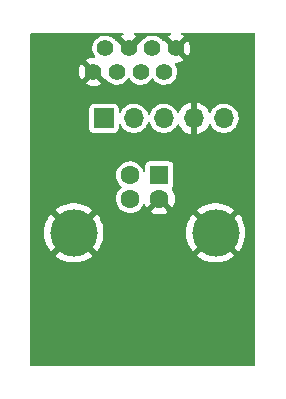
<source format=gbr>
G04 #@! TF.GenerationSoftware,KiCad,Pcbnew,(5.99.0-9812-gfee3c41c40)*
G04 #@! TF.CreationDate,2021-03-20T22:33:38-07:00*
G04 #@! TF.ProjectId,homebreakout,686f6d65-6272-4656-916b-6f75742e6b69,rev?*
G04 #@! TF.SameCoordinates,Original*
G04 #@! TF.FileFunction,Copper,L2,Bot*
G04 #@! TF.FilePolarity,Positive*
%FSLAX46Y46*%
G04 Gerber Fmt 4.6, Leading zero omitted, Abs format (unit mm)*
G04 Created by KiCad (PCBNEW (5.99.0-9812-gfee3c41c40)) date 2021-03-20 22:33:38*
%MOMM*%
%LPD*%
G01*
G04 APERTURE LIST*
G04 #@! TA.AperFunction,ComponentPad*
%ADD10R,1.700000X1.700000*%
G04 #@! TD*
G04 #@! TA.AperFunction,ComponentPad*
%ADD11O,1.700000X1.700000*%
G04 #@! TD*
G04 #@! TA.AperFunction,ComponentPad*
%ADD12C,1.397000*%
G04 #@! TD*
G04 #@! TA.AperFunction,ComponentPad*
%ADD13R,1.600000X1.600000*%
G04 #@! TD*
G04 #@! TA.AperFunction,ComponentPad*
%ADD14C,1.600000*%
G04 #@! TD*
G04 #@! TA.AperFunction,ComponentPad*
%ADD15C,4.000000*%
G04 #@! TD*
G04 APERTURE END LIST*
D10*
X161163000Y-101600000D03*
D11*
X163703000Y-101600000D03*
X166243000Y-101600000D03*
X168783000Y-101600000D03*
X171323000Y-101600000D03*
D12*
X160274000Y-97663000D03*
X161274001Y-95662999D03*
X162274001Y-97663000D03*
X163274002Y-95662999D03*
X164274000Y-97663000D03*
X165274000Y-95662999D03*
X166274001Y-97663000D03*
X167274001Y-95662999D03*
D13*
X165862000Y-106426000D03*
D14*
X163362000Y-106426000D03*
X163362000Y-108426000D03*
X165862000Y-108426000D03*
D15*
X158612000Y-111286000D03*
X170612000Y-111286000D03*
G04 #@! TA.AperFunction,Conductor*
G36*
X162813438Y-94380213D02*
G01*
X162849983Y-94430513D01*
X162849983Y-94492687D01*
X162813438Y-94542987D01*
X162789127Y-94555982D01*
X162756766Y-94567921D01*
X162748470Y-94571878D01*
X162632768Y-94640713D01*
X162624377Y-94650281D01*
X162629150Y-94658936D01*
X163262734Y-95292521D01*
X163274813Y-95298676D01*
X163279925Y-95297866D01*
X163917120Y-94660670D01*
X163923096Y-94648942D01*
X163916905Y-94642157D01*
X163827912Y-94586007D01*
X163819725Y-94581835D01*
X163752558Y-94555038D01*
X163704756Y-94515281D01*
X163689451Y-94455020D01*
X163712491Y-94397272D01*
X163765073Y-94364095D01*
X163789836Y-94361000D01*
X166754306Y-94361000D01*
X166813437Y-94380213D01*
X166849982Y-94430513D01*
X166849982Y-94492687D01*
X166813437Y-94542987D01*
X166789126Y-94555982D01*
X166756765Y-94567921D01*
X166748469Y-94571878D01*
X166632767Y-94640713D01*
X166624376Y-94650281D01*
X166629149Y-94658936D01*
X167262733Y-95292521D01*
X167274812Y-95298676D01*
X167279924Y-95297866D01*
X167917119Y-94660670D01*
X167923095Y-94648942D01*
X167916904Y-94642157D01*
X167827911Y-94586007D01*
X167819724Y-94581835D01*
X167752557Y-94555038D01*
X167704755Y-94515281D01*
X167689450Y-94455020D01*
X167712490Y-94397272D01*
X167765072Y-94364095D01*
X167789835Y-94361000D01*
X173889400Y-94361000D01*
X173948531Y-94380213D01*
X173985076Y-94430513D01*
X173990000Y-94461600D01*
X173990000Y-122454400D01*
X173970787Y-122513531D01*
X173920487Y-122550076D01*
X173889400Y-122555000D01*
X155040600Y-122555000D01*
X154981469Y-122535787D01*
X154944924Y-122485487D01*
X154940000Y-122454400D01*
X154940000Y-113233529D01*
X157029605Y-113233529D01*
X157029780Y-113234629D01*
X157034125Y-113239717D01*
X157262904Y-113405934D01*
X157268240Y-113409321D01*
X157539243Y-113558305D01*
X157544967Y-113560998D01*
X157832492Y-113674838D01*
X157838510Y-113676793D01*
X158138045Y-113753701D01*
X158144247Y-113754884D01*
X158451067Y-113793644D01*
X158457374Y-113794041D01*
X158766626Y-113794041D01*
X158772933Y-113793644D01*
X159079753Y-113754884D01*
X159085955Y-113753701D01*
X159385490Y-113676793D01*
X159391508Y-113674838D01*
X159679033Y-113560998D01*
X159684757Y-113558305D01*
X159955760Y-113409321D01*
X159961096Y-113405934D01*
X160186617Y-113242083D01*
X160192832Y-113233529D01*
X169029605Y-113233529D01*
X169029780Y-113234629D01*
X169034125Y-113239717D01*
X169262904Y-113405934D01*
X169268240Y-113409321D01*
X169539243Y-113558305D01*
X169544967Y-113560998D01*
X169832492Y-113674838D01*
X169838510Y-113676793D01*
X170138045Y-113753701D01*
X170144247Y-113754884D01*
X170451067Y-113793644D01*
X170457374Y-113794041D01*
X170766626Y-113794041D01*
X170772933Y-113793644D01*
X171079753Y-113754884D01*
X171085955Y-113753701D01*
X171385490Y-113676793D01*
X171391508Y-113674838D01*
X171679033Y-113560998D01*
X171684757Y-113558305D01*
X171955760Y-113409321D01*
X171961096Y-113405934D01*
X172186617Y-113242083D01*
X172194584Y-113231118D01*
X172194584Y-113230003D01*
X172191088Y-113224298D01*
X170623268Y-111656478D01*
X170611189Y-111650323D01*
X170606077Y-111651133D01*
X169035760Y-113221450D01*
X169029605Y-113233529D01*
X160192832Y-113233529D01*
X160194584Y-113231118D01*
X160194584Y-113230003D01*
X160191088Y-113224298D01*
X158623268Y-111656478D01*
X158611189Y-111650323D01*
X158606077Y-111651133D01*
X157035760Y-113221450D01*
X157029605Y-113233529D01*
X154940000Y-113233529D01*
X154940000Y-111282837D01*
X156099199Y-111282837D01*
X156099199Y-111289163D01*
X156118617Y-111597804D01*
X156119408Y-111604067D01*
X156177358Y-111907848D01*
X156178930Y-111913972D01*
X156274495Y-112208091D01*
X156276816Y-112213953D01*
X156408498Y-112493793D01*
X156411534Y-112499314D01*
X156577243Y-112760430D01*
X156580954Y-112765539D01*
X156657858Y-112858500D01*
X156669301Y-112865761D01*
X156672110Y-112865584D01*
X156675302Y-112863488D01*
X158241522Y-111297268D01*
X158246850Y-111286811D01*
X158976323Y-111286811D01*
X158977133Y-111291923D01*
X160544718Y-112859508D01*
X160556797Y-112865663D01*
X160559574Y-112865223D01*
X160562557Y-112862833D01*
X160643046Y-112765539D01*
X160646757Y-112760430D01*
X160812466Y-112499314D01*
X160815502Y-112493793D01*
X160947184Y-112213953D01*
X160949505Y-112208091D01*
X161045070Y-111913972D01*
X161046642Y-111907848D01*
X161104592Y-111604067D01*
X161105383Y-111597804D01*
X161124801Y-111289163D01*
X161124801Y-111282837D01*
X168099199Y-111282837D01*
X168099199Y-111289163D01*
X168118617Y-111597804D01*
X168119408Y-111604067D01*
X168177358Y-111907848D01*
X168178930Y-111913972D01*
X168274495Y-112208091D01*
X168276816Y-112213953D01*
X168408498Y-112493793D01*
X168411534Y-112499314D01*
X168577243Y-112760430D01*
X168580954Y-112765539D01*
X168657858Y-112858500D01*
X168669301Y-112865761D01*
X168672110Y-112865584D01*
X168675302Y-112863488D01*
X170241522Y-111297268D01*
X170246850Y-111286811D01*
X170976323Y-111286811D01*
X170977133Y-111291923D01*
X172544718Y-112859508D01*
X172556797Y-112865663D01*
X172559574Y-112865223D01*
X172562557Y-112862833D01*
X172643046Y-112765539D01*
X172646757Y-112760430D01*
X172812466Y-112499314D01*
X172815502Y-112493793D01*
X172947184Y-112213953D01*
X172949505Y-112208091D01*
X173045070Y-111913972D01*
X173046642Y-111907848D01*
X173104592Y-111604067D01*
X173105383Y-111597804D01*
X173124801Y-111289163D01*
X173124801Y-111282837D01*
X173105383Y-110974196D01*
X173104592Y-110967933D01*
X173046642Y-110664152D01*
X173045070Y-110658028D01*
X172949505Y-110363909D01*
X172947184Y-110358047D01*
X172815502Y-110078207D01*
X172812466Y-110072686D01*
X172646757Y-109811570D01*
X172643046Y-109806461D01*
X172566142Y-109713500D01*
X172554699Y-109706239D01*
X172551890Y-109706416D01*
X172548698Y-109708512D01*
X170982478Y-111274732D01*
X170976323Y-111286811D01*
X170246850Y-111286811D01*
X170247677Y-111285189D01*
X170246867Y-111280077D01*
X168679282Y-109712492D01*
X168667203Y-109706337D01*
X168664426Y-109706777D01*
X168661443Y-109709167D01*
X168580954Y-109806461D01*
X168577243Y-109811570D01*
X168411534Y-110072686D01*
X168408498Y-110078207D01*
X168276816Y-110358047D01*
X168274495Y-110363909D01*
X168178930Y-110658028D01*
X168177358Y-110664152D01*
X168119408Y-110967933D01*
X168118617Y-110974196D01*
X168099199Y-111282837D01*
X161124801Y-111282837D01*
X161105383Y-110974196D01*
X161104592Y-110967933D01*
X161046642Y-110664152D01*
X161045070Y-110658028D01*
X160949505Y-110363909D01*
X160947184Y-110358047D01*
X160815502Y-110078207D01*
X160812466Y-110072686D01*
X160646757Y-109811570D01*
X160643046Y-109806461D01*
X160566142Y-109713500D01*
X160554699Y-109706239D01*
X160551890Y-109706416D01*
X160548698Y-109708512D01*
X158982478Y-111274732D01*
X158976323Y-111286811D01*
X158246850Y-111286811D01*
X158247677Y-111285189D01*
X158246867Y-111280077D01*
X156679282Y-109712492D01*
X156667203Y-109706337D01*
X156664426Y-109706777D01*
X156661443Y-109709167D01*
X156580954Y-109806461D01*
X156577243Y-109811570D01*
X156411534Y-110072686D01*
X156408498Y-110078207D01*
X156276816Y-110358047D01*
X156274495Y-110363909D01*
X156178930Y-110658028D01*
X156177358Y-110664152D01*
X156119408Y-110967933D01*
X156118617Y-110974196D01*
X156099199Y-111282837D01*
X154940000Y-111282837D01*
X154940000Y-109340882D01*
X157029416Y-109340882D01*
X157029416Y-109341997D01*
X157032912Y-109347702D01*
X158600732Y-110915522D01*
X158612811Y-110921677D01*
X158617923Y-110920867D01*
X160188240Y-109350550D01*
X160194395Y-109338471D01*
X160194220Y-109337371D01*
X160189875Y-109332283D01*
X159961096Y-109166066D01*
X159955760Y-109162679D01*
X159684757Y-109013695D01*
X159679033Y-109011002D01*
X159391508Y-108897162D01*
X159385490Y-108895207D01*
X159085955Y-108818299D01*
X159079753Y-108817116D01*
X158772933Y-108778356D01*
X158766626Y-108777959D01*
X158457374Y-108777959D01*
X158451067Y-108778356D01*
X158144247Y-108817116D01*
X158138045Y-108818299D01*
X157838510Y-108895207D01*
X157832492Y-108897162D01*
X157544967Y-109011002D01*
X157539243Y-109013695D01*
X157268240Y-109162679D01*
X157262904Y-109166066D01*
X157037383Y-109329917D01*
X157029416Y-109340882D01*
X154940000Y-109340882D01*
X154940000Y-106394941D01*
X162175907Y-106394941D01*
X162190108Y-106611609D01*
X162191241Y-106616070D01*
X162228048Y-106760997D01*
X162243556Y-106822062D01*
X162334461Y-107019250D01*
X162459778Y-107196570D01*
X162526364Y-107261435D01*
X162612009Y-107344868D01*
X162612013Y-107344871D01*
X162615311Y-107348084D01*
X162618571Y-107350263D01*
X162652323Y-107402233D01*
X162649071Y-107464322D01*
X162621482Y-107503908D01*
X162504810Y-107606226D01*
X162504807Y-107606229D01*
X162501343Y-107609267D01*
X162366917Y-107779786D01*
X162364771Y-107783865D01*
X162268799Y-107966279D01*
X162265817Y-107971946D01*
X162201428Y-108179313D01*
X162175907Y-108394941D01*
X162190108Y-108611609D01*
X162191241Y-108616070D01*
X162237059Y-108796478D01*
X162243556Y-108822062D01*
X162334461Y-109019250D01*
X162459778Y-109196570D01*
X162615311Y-109348084D01*
X162619144Y-109350645D01*
X162619145Y-109350646D01*
X162792016Y-109466155D01*
X162792020Y-109466157D01*
X162795851Y-109468717D01*
X162995351Y-109554429D01*
X163207131Y-109602349D01*
X163333225Y-109607303D01*
X163419488Y-109610693D01*
X163419489Y-109610693D01*
X163424097Y-109610874D01*
X163428654Y-109610213D01*
X163428659Y-109610213D01*
X163531540Y-109595296D01*
X163638983Y-109579717D01*
X163832836Y-109513913D01*
X165139221Y-109513913D01*
X165139321Y-109514545D01*
X165144225Y-109520186D01*
X165201903Y-109560572D01*
X165209481Y-109564947D01*
X165408951Y-109657962D01*
X165417167Y-109660952D01*
X165629755Y-109717916D01*
X165638379Y-109719436D01*
X165857622Y-109738617D01*
X165866378Y-109738617D01*
X166085621Y-109719436D01*
X166094245Y-109717916D01*
X166306833Y-109660952D01*
X166315049Y-109657962D01*
X166514519Y-109564947D01*
X166522097Y-109560572D01*
X166576841Y-109522240D01*
X166584996Y-109511418D01*
X166585008Y-109510776D01*
X166581156Y-109504366D01*
X166417672Y-109340882D01*
X169029416Y-109340882D01*
X169029416Y-109341997D01*
X169032912Y-109347702D01*
X170600732Y-110915522D01*
X170612811Y-110921677D01*
X170617923Y-110920867D01*
X172188240Y-109350550D01*
X172194395Y-109338471D01*
X172194220Y-109337371D01*
X172189875Y-109332283D01*
X171961096Y-109166066D01*
X171955760Y-109162679D01*
X171684757Y-109013695D01*
X171679033Y-109011002D01*
X171391508Y-108897162D01*
X171385490Y-108895207D01*
X171085955Y-108818299D01*
X171079753Y-108817116D01*
X170772933Y-108778356D01*
X170766626Y-108777959D01*
X170457374Y-108777959D01*
X170451067Y-108778356D01*
X170144247Y-108817116D01*
X170138045Y-108818299D01*
X169838510Y-108895207D01*
X169832492Y-108897162D01*
X169544967Y-109011002D01*
X169539243Y-109013695D01*
X169268240Y-109162679D01*
X169262904Y-109166066D01*
X169037383Y-109329917D01*
X169029416Y-109340882D01*
X166417672Y-109340882D01*
X165873268Y-108796478D01*
X165861189Y-108790323D01*
X165856077Y-108791133D01*
X165145376Y-109501834D01*
X165139221Y-109513913D01*
X163832836Y-109513913D01*
X163844593Y-109509922D01*
X164034041Y-109403826D01*
X164101523Y-109347702D01*
X164197435Y-109267932D01*
X164200982Y-109264982D01*
X164297447Y-109148996D01*
X164336878Y-109101586D01*
X164336880Y-109101584D01*
X164339826Y-109098041D01*
X164445922Y-108908593D01*
X164448749Y-108900266D01*
X164485946Y-108850449D01*
X164545323Y-108832010D01*
X164604199Y-108851993D01*
X164635185Y-108890086D01*
X164723053Y-109078519D01*
X164727428Y-109086097D01*
X164765760Y-109140841D01*
X164776582Y-109148996D01*
X164777224Y-109149008D01*
X164783634Y-109145156D01*
X165790865Y-108137925D01*
X165846263Y-108109699D01*
X165907671Y-108119425D01*
X165933135Y-108137925D01*
X166937834Y-109142624D01*
X166949913Y-109148779D01*
X166950545Y-109148679D01*
X166956186Y-109143775D01*
X166996572Y-109086097D01*
X167000947Y-109078519D01*
X167093962Y-108879049D01*
X167096952Y-108870833D01*
X167153916Y-108658245D01*
X167155436Y-108649621D01*
X167174617Y-108430378D01*
X167174617Y-108421622D01*
X167155436Y-108202379D01*
X167153916Y-108193755D01*
X167096952Y-107981167D01*
X167093962Y-107972951D01*
X167000947Y-107773481D01*
X166996572Y-107765903D01*
X166906670Y-107637510D01*
X166888492Y-107578053D01*
X166908734Y-107519266D01*
X166920943Y-107505794D01*
X166960870Y-107469039D01*
X166960871Y-107469038D01*
X166967003Y-107463393D01*
X167027558Y-107351496D01*
X167048500Y-107226000D01*
X167048500Y-105626000D01*
X167036673Y-105531120D01*
X166985565Y-105414605D01*
X166899393Y-105320997D01*
X166842244Y-105290070D01*
X166794829Y-105264410D01*
X166794827Y-105264409D01*
X166787496Y-105260442D01*
X166662000Y-105239500D01*
X165062000Y-105239500D01*
X164967120Y-105251327D01*
X164960443Y-105254256D01*
X164960442Y-105254256D01*
X164903692Y-105279149D01*
X164850605Y-105302435D01*
X164756997Y-105388607D01*
X164696442Y-105500504D01*
X164675500Y-105626000D01*
X164675500Y-106003216D01*
X164656287Y-106062347D01*
X164605987Y-106098892D01*
X164543813Y-106098892D01*
X164493513Y-106062347D01*
X164478077Y-106030523D01*
X164470945Y-106005235D01*
X164470945Y-106005234D01*
X164469693Y-106000796D01*
X164373658Y-105806055D01*
X164351339Y-105776166D01*
X164246500Y-105635771D01*
X164246497Y-105635768D01*
X164243741Y-105632077D01*
X164084295Y-105484686D01*
X163900660Y-105368821D01*
X163698984Y-105288360D01*
X163486023Y-105246000D01*
X163379154Y-105244601D01*
X163273523Y-105243218D01*
X163273519Y-105243218D01*
X163268908Y-105243158D01*
X163264363Y-105243939D01*
X163264362Y-105243939D01*
X163204321Y-105254256D01*
X163054911Y-105279929D01*
X163050594Y-105281522D01*
X163050589Y-105281523D01*
X162855527Y-105353486D01*
X162855524Y-105353487D01*
X162851199Y-105355083D01*
X162847233Y-105357443D01*
X162847232Y-105357443D01*
X162828107Y-105368821D01*
X162664593Y-105466101D01*
X162661127Y-105469140D01*
X162661125Y-105469142D01*
X162504810Y-105606226D01*
X162504807Y-105606229D01*
X162501343Y-105609267D01*
X162366917Y-105779786D01*
X162265817Y-105971946D01*
X162201428Y-106179313D01*
X162175907Y-106394941D01*
X154940000Y-106394941D01*
X154940000Y-100750000D01*
X159926500Y-100750000D01*
X159926500Y-102450000D01*
X159938327Y-102544880D01*
X159941256Y-102551557D01*
X159941256Y-102551558D01*
X159977837Y-102634955D01*
X159989435Y-102661395D01*
X160075607Y-102755003D01*
X160125647Y-102782083D01*
X160180171Y-102811590D01*
X160180173Y-102811591D01*
X160187504Y-102815558D01*
X160313000Y-102836500D01*
X162013000Y-102836500D01*
X162107880Y-102824673D01*
X162114557Y-102821744D01*
X162114558Y-102821744D01*
X162216760Y-102776914D01*
X162224395Y-102773565D01*
X162318003Y-102687393D01*
X162365108Y-102600350D01*
X162374590Y-102582829D01*
X162374591Y-102582827D01*
X162378558Y-102575496D01*
X162399500Y-102450000D01*
X162399500Y-102178086D01*
X162418713Y-102118955D01*
X162469013Y-102082410D01*
X162531187Y-102082410D01*
X162581487Y-102118955D01*
X162588001Y-102129161D01*
X162680315Y-102295016D01*
X162683150Y-102298480D01*
X162683153Y-102298484D01*
X162728305Y-102353648D01*
X162819555Y-102465134D01*
X162822955Y-102468038D01*
X162822959Y-102468042D01*
X162833819Y-102477317D01*
X162986719Y-102607906D01*
X163176524Y-102718819D01*
X163382970Y-102794367D01*
X163387379Y-102795137D01*
X163387381Y-102795137D01*
X163592937Y-102831012D01*
X163599532Y-102832163D01*
X163604004Y-102832140D01*
X163604009Y-102832140D01*
X163708209Y-102831594D01*
X163819365Y-102831012D01*
X164035519Y-102790951D01*
X164241163Y-102713244D01*
X164429796Y-102600350D01*
X164595457Y-102455835D01*
X164602627Y-102446886D01*
X164682999Y-102346564D01*
X164732907Y-102284269D01*
X164837804Y-102091073D01*
X164877360Y-101971464D01*
X164914167Y-101921357D01*
X164973398Y-101902453D01*
X165032428Y-101921975D01*
X165068048Y-101970466D01*
X165111947Y-102098685D01*
X165111950Y-102098691D01*
X165113401Y-102102930D01*
X165115582Y-102106848D01*
X165115584Y-102106853D01*
X165155232Y-102178086D01*
X165220315Y-102295016D01*
X165223150Y-102298480D01*
X165223153Y-102298484D01*
X165268305Y-102353648D01*
X165359555Y-102465134D01*
X165362955Y-102468038D01*
X165362959Y-102468042D01*
X165373819Y-102477317D01*
X165526719Y-102607906D01*
X165716524Y-102718819D01*
X165922970Y-102794367D01*
X165927379Y-102795137D01*
X165927381Y-102795137D01*
X166132937Y-102831012D01*
X166139532Y-102832163D01*
X166144004Y-102832140D01*
X166144009Y-102832140D01*
X166248209Y-102831594D01*
X166359365Y-102831012D01*
X166575519Y-102790951D01*
X166781163Y-102713244D01*
X166969796Y-102600350D01*
X167135457Y-102455835D01*
X167142627Y-102446886D01*
X167222999Y-102346564D01*
X167272907Y-102284269D01*
X167353149Y-102136482D01*
X167398249Y-102093684D01*
X167459891Y-102085569D01*
X167514531Y-102115236D01*
X167533671Y-102144043D01*
X167536986Y-102151593D01*
X167643066Y-102346564D01*
X167647737Y-102353648D01*
X167785156Y-102527963D01*
X167790945Y-102534149D01*
X167955768Y-102682817D01*
X167962534Y-102687952D01*
X168150032Y-102806713D01*
X168157574Y-102810639D01*
X168362400Y-102896109D01*
X168370495Y-102898708D01*
X168513472Y-102931585D01*
X168526523Y-102930432D01*
X168529000Y-102921486D01*
X168529000Y-100281535D01*
X168526855Y-100274933D01*
X169037000Y-100274933D01*
X169037000Y-102922123D01*
X169041188Y-102935013D01*
X169043066Y-102936377D01*
X169047167Y-102936792D01*
X169054166Y-102935393D01*
X169267369Y-102873654D01*
X169275285Y-102870615D01*
X169475035Y-102773837D01*
X169482338Y-102769501D01*
X169662923Y-102640452D01*
X169669382Y-102634955D01*
X169825651Y-102477317D01*
X169831090Y-102470811D01*
X169958560Y-102289105D01*
X169962832Y-102281763D01*
X170030899Y-102138091D01*
X170073578Y-102092879D01*
X170134682Y-102081389D01*
X170190869Y-102108008D01*
X170209713Y-102132237D01*
X170235232Y-102178086D01*
X170300315Y-102295016D01*
X170303150Y-102298480D01*
X170303153Y-102298484D01*
X170348305Y-102353648D01*
X170439555Y-102465134D01*
X170442955Y-102468038D01*
X170442959Y-102468042D01*
X170453819Y-102477317D01*
X170606719Y-102607906D01*
X170796524Y-102718819D01*
X171002970Y-102794367D01*
X171007379Y-102795137D01*
X171007381Y-102795137D01*
X171212937Y-102831012D01*
X171219532Y-102832163D01*
X171224004Y-102832140D01*
X171224009Y-102832140D01*
X171328209Y-102831594D01*
X171439365Y-102831012D01*
X171655519Y-102790951D01*
X171861163Y-102713244D01*
X172049796Y-102600350D01*
X172215457Y-102455835D01*
X172222627Y-102446886D01*
X172302999Y-102346564D01*
X172352907Y-102284269D01*
X172457804Y-102091073D01*
X172526830Y-101882356D01*
X172557805Y-101664713D01*
X172559500Y-101600000D01*
X172539958Y-101381035D01*
X172481949Y-101168991D01*
X172387308Y-100970570D01*
X172305135Y-100856214D01*
X172261639Y-100795684D01*
X172261638Y-100795683D01*
X172259024Y-100792045D01*
X172101155Y-100639059D01*
X172097435Y-100636559D01*
X172097431Y-100636556D01*
X171922408Y-100518947D01*
X171918688Y-100516447D01*
X171909941Y-100512607D01*
X171753962Y-100444137D01*
X171717393Y-100428084D01*
X171696575Y-100423086D01*
X171507999Y-100377813D01*
X171507995Y-100377812D01*
X171503632Y-100376765D01*
X171284161Y-100364110D01*
X171279716Y-100364648D01*
X171279713Y-100364648D01*
X171070361Y-100389982D01*
X171070359Y-100389983D01*
X171065917Y-100390520D01*
X171061644Y-100391835D01*
X171061642Y-100391835D01*
X170991791Y-100413324D01*
X170855800Y-100455161D01*
X170660450Y-100555989D01*
X170656892Y-100558719D01*
X170656889Y-100558721D01*
X170489595Y-100687090D01*
X170489592Y-100687093D01*
X170486043Y-100689816D01*
X170483032Y-100693125D01*
X170431757Y-100749476D01*
X170338091Y-100852413D01*
X170335707Y-100856214D01*
X170225255Y-101032289D01*
X170221270Y-101038641D01*
X170218672Y-101045104D01*
X170214283Y-101056022D01*
X170174400Y-101103719D01*
X170114099Y-101118865D01*
X170056412Y-101095674D01*
X170029220Y-101059816D01*
X169975702Y-100941011D01*
X169971572Y-100933590D01*
X169847619Y-100749476D01*
X169842294Y-100742853D01*
X169689094Y-100582258D01*
X169682732Y-100576629D01*
X169504656Y-100444137D01*
X169497445Y-100439666D01*
X169299598Y-100339075D01*
X169291719Y-100335876D01*
X169079750Y-100270058D01*
X169071464Y-100268237D01*
X169052794Y-100265762D01*
X169039467Y-100268220D01*
X169038226Y-100269526D01*
X169037000Y-100274933D01*
X168526855Y-100274933D01*
X168524855Y-100268778D01*
X168516103Y-100268308D01*
X168395501Y-100293612D01*
X168387364Y-100296053D01*
X168180924Y-100377580D01*
X168173319Y-100381356D01*
X167983570Y-100496498D01*
X167976703Y-100501506D01*
X167809071Y-100646970D01*
X167803150Y-100653058D01*
X167662417Y-100824694D01*
X167657609Y-100831690D01*
X167547806Y-101024585D01*
X167544247Y-101032289D01*
X167536533Y-101053541D01*
X167498298Y-101102569D01*
X167438548Y-101119760D01*
X167380104Y-101098547D01*
X167351169Y-101062527D01*
X167309239Y-100974619D01*
X167307308Y-100970570D01*
X167225135Y-100856214D01*
X167181639Y-100795684D01*
X167181638Y-100795683D01*
X167179024Y-100792045D01*
X167021155Y-100639059D01*
X167017435Y-100636559D01*
X167017431Y-100636556D01*
X166842408Y-100518947D01*
X166838688Y-100516447D01*
X166829941Y-100512607D01*
X166673962Y-100444137D01*
X166637393Y-100428084D01*
X166616575Y-100423086D01*
X166427999Y-100377813D01*
X166427995Y-100377812D01*
X166423632Y-100376765D01*
X166204161Y-100364110D01*
X166199716Y-100364648D01*
X166199713Y-100364648D01*
X165990361Y-100389982D01*
X165990359Y-100389983D01*
X165985917Y-100390520D01*
X165981644Y-100391835D01*
X165981642Y-100391835D01*
X165911791Y-100413324D01*
X165775800Y-100455161D01*
X165580450Y-100555989D01*
X165576892Y-100558719D01*
X165576889Y-100558721D01*
X165409595Y-100687090D01*
X165409592Y-100687093D01*
X165406043Y-100689816D01*
X165403032Y-100693125D01*
X165351757Y-100749476D01*
X165258091Y-100852413D01*
X165255707Y-100856214D01*
X165145255Y-101032289D01*
X165141270Y-101038641D01*
X165139601Y-101042794D01*
X165139596Y-101042803D01*
X165065336Y-101227533D01*
X165025455Y-101275231D01*
X164965154Y-101290378D01*
X164907466Y-101267188D01*
X164874962Y-101216557D01*
X164863133Y-101173319D01*
X164861949Y-101168991D01*
X164767308Y-100970570D01*
X164685135Y-100856214D01*
X164641639Y-100795684D01*
X164641638Y-100795683D01*
X164639024Y-100792045D01*
X164481155Y-100639059D01*
X164477435Y-100636559D01*
X164477431Y-100636556D01*
X164302408Y-100518947D01*
X164298688Y-100516447D01*
X164289941Y-100512607D01*
X164133962Y-100444137D01*
X164097393Y-100428084D01*
X164076575Y-100423086D01*
X163887999Y-100377813D01*
X163887995Y-100377812D01*
X163883632Y-100376765D01*
X163664161Y-100364110D01*
X163659716Y-100364648D01*
X163659713Y-100364648D01*
X163450361Y-100389982D01*
X163450359Y-100389983D01*
X163445917Y-100390520D01*
X163441644Y-100391835D01*
X163441642Y-100391835D01*
X163371791Y-100413324D01*
X163235800Y-100455161D01*
X163040450Y-100555989D01*
X163036892Y-100558719D01*
X163036889Y-100558721D01*
X162869595Y-100687090D01*
X162869592Y-100687093D01*
X162866043Y-100689816D01*
X162863032Y-100693125D01*
X162811757Y-100749476D01*
X162718091Y-100852413D01*
X162715707Y-100856214D01*
X162605255Y-101032289D01*
X162601270Y-101038641D01*
X162593440Y-101058120D01*
X162553559Y-101105816D01*
X162493258Y-101120963D01*
X162435571Y-101097773D01*
X162402531Y-101045104D01*
X162399500Y-101020596D01*
X162399500Y-100750000D01*
X162387673Y-100655120D01*
X162336565Y-100538605D01*
X162250393Y-100444997D01*
X162200353Y-100417917D01*
X162145829Y-100388410D01*
X162145827Y-100388409D01*
X162138496Y-100384442D01*
X162013000Y-100363500D01*
X160313000Y-100363500D01*
X160218120Y-100375327D01*
X160211443Y-100378256D01*
X160211442Y-100378256D01*
X160183483Y-100390520D01*
X160101605Y-100426435D01*
X160007997Y-100512607D01*
X159947442Y-100624504D01*
X159926500Y-100750000D01*
X154940000Y-100750000D01*
X154940000Y-98677468D01*
X159624667Y-98677468D01*
X159624675Y-98677515D01*
X159630287Y-98683830D01*
X159692084Y-98725123D01*
X159700163Y-98729509D01*
X159895387Y-98813384D01*
X159904126Y-98816223D01*
X160111368Y-98863117D01*
X160120477Y-98864316D01*
X160332796Y-98872659D01*
X160341967Y-98872179D01*
X160552257Y-98841688D01*
X160561186Y-98839544D01*
X160762397Y-98771241D01*
X160770782Y-98767508D01*
X160916182Y-98686081D01*
X160924515Y-98677065D01*
X160919533Y-98667744D01*
X160285268Y-98033478D01*
X160273189Y-98027323D01*
X160268077Y-98028133D01*
X159630821Y-98665390D01*
X159624667Y-98677468D01*
X154940000Y-98677468D01*
X154940000Y-97635891D01*
X159063217Y-97635891D01*
X159077115Y-97847926D01*
X159078549Y-97856983D01*
X159130854Y-98062935D01*
X159133923Y-98071600D01*
X159222877Y-98264557D01*
X159227474Y-98272519D01*
X159250493Y-98305090D01*
X159261352Y-98313199D01*
X159262111Y-98313209D01*
X159268344Y-98309445D01*
X159903522Y-97674268D01*
X159909677Y-97662189D01*
X159908867Y-97657077D01*
X159268188Y-97016398D01*
X159257661Y-97011034D01*
X159249658Y-97018933D01*
X159156866Y-97195300D01*
X159153353Y-97203782D01*
X159090340Y-97406715D01*
X159088433Y-97415689D01*
X159063457Y-97626705D01*
X159063217Y-97635891D01*
X154940000Y-97635891D01*
X154940000Y-96650282D01*
X159624375Y-96650282D01*
X159629148Y-96658937D01*
X160274000Y-97303790D01*
X161278027Y-98307816D01*
X161290106Y-98313971D01*
X161306514Y-98311372D01*
X161331281Y-98299359D01*
X161392487Y-98310289D01*
X161418111Y-98331844D01*
X161419009Y-98330993D01*
X161560749Y-98480616D01*
X161728224Y-98600738D01*
X161915393Y-98687024D01*
X161920038Y-98688169D01*
X161920043Y-98688171D01*
X162110847Y-98735213D01*
X162110851Y-98735214D01*
X162115501Y-98736360D01*
X162120282Y-98736606D01*
X162120286Y-98736607D01*
X162316550Y-98746721D01*
X162316552Y-98746721D01*
X162321328Y-98746967D01*
X162326068Y-98746305D01*
X162326069Y-98746305D01*
X162360243Y-98741533D01*
X162525447Y-98718462D01*
X162529974Y-98716916D01*
X162529976Y-98716916D01*
X162715969Y-98653418D01*
X162715971Y-98653417D01*
X162720494Y-98651873D01*
X162899430Y-98549602D01*
X162903053Y-98546491D01*
X162903059Y-98546487D01*
X163052164Y-98418462D01*
X163055799Y-98415341D01*
X163147890Y-98299359D01*
X163180980Y-98257685D01*
X163180981Y-98257684D01*
X163183959Y-98253933D01*
X163186174Y-98249688D01*
X163186176Y-98249685D01*
X163187116Y-98247882D01*
X163187751Y-98247259D01*
X163188783Y-98245670D01*
X163189137Y-98245900D01*
X163231498Y-98204341D01*
X163292997Y-98195203D01*
X163348122Y-98223958D01*
X163361108Y-98240283D01*
X163408143Y-98313971D01*
X163419008Y-98330993D01*
X163560748Y-98480616D01*
X163728223Y-98600738D01*
X163915392Y-98687024D01*
X163920037Y-98688169D01*
X163920042Y-98688171D01*
X164110846Y-98735213D01*
X164110850Y-98735214D01*
X164115500Y-98736360D01*
X164120281Y-98736606D01*
X164120285Y-98736607D01*
X164316549Y-98746721D01*
X164316551Y-98746721D01*
X164321327Y-98746967D01*
X164326067Y-98746305D01*
X164326068Y-98746305D01*
X164360242Y-98741533D01*
X164525446Y-98718462D01*
X164529973Y-98716916D01*
X164529975Y-98716916D01*
X164715968Y-98653418D01*
X164715970Y-98653417D01*
X164720493Y-98651873D01*
X164899429Y-98549602D01*
X164903052Y-98546491D01*
X164903058Y-98546487D01*
X165052163Y-98418462D01*
X165055798Y-98415341D01*
X165147889Y-98299359D01*
X165180979Y-98257685D01*
X165180980Y-98257684D01*
X165183958Y-98253933D01*
X165187116Y-98247880D01*
X165187752Y-98247256D01*
X165188782Y-98245670D01*
X165189135Y-98245899D01*
X165231498Y-98204339D01*
X165292997Y-98195201D01*
X165348122Y-98223956D01*
X165361108Y-98240281D01*
X165419009Y-98330993D01*
X165560749Y-98480616D01*
X165728224Y-98600738D01*
X165915393Y-98687024D01*
X165920038Y-98688169D01*
X165920043Y-98688171D01*
X166110847Y-98735213D01*
X166110851Y-98735214D01*
X166115501Y-98736360D01*
X166120282Y-98736606D01*
X166120286Y-98736607D01*
X166316550Y-98746721D01*
X166316552Y-98746721D01*
X166321328Y-98746967D01*
X166326068Y-98746305D01*
X166326069Y-98746305D01*
X166360243Y-98741533D01*
X166525447Y-98718462D01*
X166529974Y-98716916D01*
X166529976Y-98716916D01*
X166715969Y-98653418D01*
X166715971Y-98653417D01*
X166720494Y-98651873D01*
X166899430Y-98549602D01*
X166903053Y-98546491D01*
X166903059Y-98546487D01*
X167052164Y-98418462D01*
X167055799Y-98415341D01*
X167147890Y-98299359D01*
X167180980Y-98257685D01*
X167180981Y-98257684D01*
X167183959Y-98253933D01*
X167234388Y-98157266D01*
X167277072Y-98075446D01*
X167277074Y-98075442D01*
X167279285Y-98071203D01*
X167338337Y-97873744D01*
X167358986Y-97668681D01*
X167359001Y-97663000D01*
X167339426Y-97457831D01*
X167281408Y-97260066D01*
X167248052Y-97195300D01*
X167189236Y-97081102D01*
X167189234Y-97081099D01*
X167187040Y-97076839D01*
X167151393Y-97031458D01*
X167129975Y-96973091D01*
X167146955Y-96913280D01*
X167195849Y-96874874D01*
X167234454Y-96868794D01*
X167332797Y-96872658D01*
X167341968Y-96872178D01*
X167552258Y-96841687D01*
X167561187Y-96839543D01*
X167762398Y-96771240D01*
X167770783Y-96767507D01*
X167916183Y-96686080D01*
X167924516Y-96677064D01*
X167919534Y-96667743D01*
X166915602Y-95663810D01*
X167638324Y-95663810D01*
X167639134Y-95668922D01*
X168278028Y-96307815D01*
X168288968Y-96313389D01*
X168296587Y-96306064D01*
X168378509Y-96159781D01*
X168382242Y-96151396D01*
X168450545Y-95950185D01*
X168452689Y-95941256D01*
X168483416Y-95729336D01*
X168483918Y-95723445D01*
X168485424Y-95665955D01*
X168485230Y-95660050D01*
X168465636Y-95446809D01*
X168463963Y-95437786D01*
X168406285Y-95233272D01*
X168402994Y-95224699D01*
X168309016Y-95034132D01*
X168304214Y-95026295D01*
X168299084Y-95019425D01*
X168288017Y-95011602D01*
X168286548Y-95011622D01*
X168281369Y-95014842D01*
X167644479Y-95651731D01*
X167638324Y-95663810D01*
X166915602Y-95663810D01*
X166914791Y-95662999D01*
X166268189Y-95016397D01*
X166256110Y-95010242D01*
X166244700Y-95012050D01*
X166213366Y-95027757D01*
X166152023Y-95017628D01*
X166119170Y-94990437D01*
X166062684Y-94918527D01*
X166062681Y-94918524D01*
X166059726Y-94914762D01*
X165975483Y-94841659D01*
X165907682Y-94782824D01*
X165907679Y-94782822D01*
X165904063Y-94779684D01*
X165899921Y-94777288D01*
X165899917Y-94777285D01*
X165729811Y-94678876D01*
X165729807Y-94678874D01*
X165725665Y-94676478D01*
X165530969Y-94608868D01*
X165377102Y-94586558D01*
X165331741Y-94579981D01*
X165331740Y-94579981D01*
X165327002Y-94579294D01*
X165207611Y-94584820D01*
X165125911Y-94588601D01*
X165125907Y-94588602D01*
X165121122Y-94588823D01*
X165116470Y-94589944D01*
X165116464Y-94589945D01*
X164925412Y-94635989D01*
X164925406Y-94635991D01*
X164920759Y-94637111D01*
X164733141Y-94722416D01*
X164565039Y-94841659D01*
X164422518Y-94990539D01*
X164422116Y-94991162D01*
X164371424Y-95024969D01*
X164309300Y-95022473D01*
X164288645Y-95011594D01*
X164286549Y-95011622D01*
X164281370Y-95014842D01*
X163345137Y-95951074D01*
X163289739Y-95979300D01*
X163228331Y-95969574D01*
X163202867Y-95951074D01*
X162268190Y-95016397D01*
X162256111Y-95010242D01*
X162244701Y-95012050D01*
X162213367Y-95027757D01*
X162152024Y-95017628D01*
X162119171Y-94990437D01*
X162062685Y-94918527D01*
X162062682Y-94918524D01*
X162059727Y-94914762D01*
X161975484Y-94841659D01*
X161907683Y-94782824D01*
X161907680Y-94782822D01*
X161904064Y-94779684D01*
X161899922Y-94777288D01*
X161899918Y-94777285D01*
X161729812Y-94678876D01*
X161729808Y-94678874D01*
X161725666Y-94676478D01*
X161530970Y-94608868D01*
X161377103Y-94586558D01*
X161331742Y-94579981D01*
X161331741Y-94579981D01*
X161327003Y-94579294D01*
X161207612Y-94584820D01*
X161125912Y-94588601D01*
X161125908Y-94588602D01*
X161121123Y-94588823D01*
X161116471Y-94589944D01*
X161116465Y-94589945D01*
X160925413Y-94635989D01*
X160925407Y-94635991D01*
X160920760Y-94637111D01*
X160733142Y-94722416D01*
X160565040Y-94841659D01*
X160422519Y-94990539D01*
X160310721Y-95163682D01*
X160308932Y-95168121D01*
X160308931Y-95168123D01*
X160271878Y-95260065D01*
X160233682Y-95354842D01*
X160194179Y-95557122D01*
X160193640Y-95763221D01*
X160232082Y-95965704D01*
X160308120Y-96157265D01*
X160310693Y-96161296D01*
X160310695Y-96161300D01*
X160400691Y-96302293D01*
X160416311Y-96362473D01*
X160393574Y-96420341D01*
X160341166Y-96453793D01*
X160314577Y-96457010D01*
X160183562Y-96455295D01*
X160174401Y-96456016D01*
X159964986Y-96492000D01*
X159956114Y-96494377D01*
X159756767Y-96567920D01*
X159748468Y-96571879D01*
X159632766Y-96640714D01*
X159624375Y-96650282D01*
X154940000Y-96650282D01*
X154940000Y-94461600D01*
X154959213Y-94402469D01*
X155009513Y-94365924D01*
X155040600Y-94361000D01*
X162754307Y-94361000D01*
X162813438Y-94380213D01*
G37*
G04 #@! TD.AperFunction*
M02*

</source>
